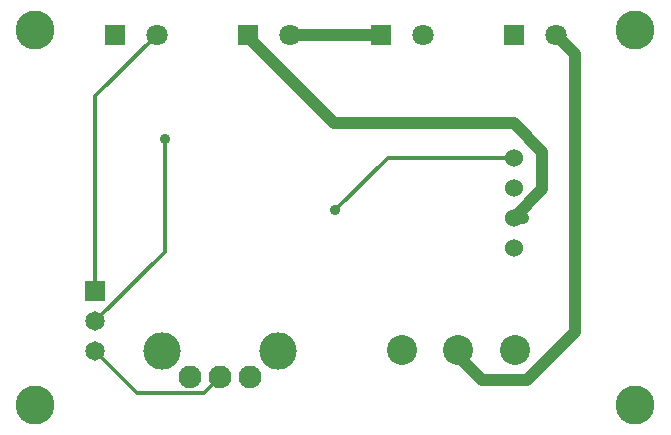
<source format=gbl>
G04 #@! TF.FileFunction,Copper,L2,Bot,Signal*
%FSLAX46Y46*%
G04 Gerber Fmt 4.6, Leading zero omitted, Abs format (unit mm)*
G04 Created by KiCad (PCBNEW 4.0.7-e2-6376~58~ubuntu16.04.1) date Wed Sep  5 13:54:12 2018*
%MOMM*%
%LPD*%
G01*
G04 APERTURE LIST*
%ADD10C,0.150000*%
%ADD11C,3.302000*%
%ADD12C,1.930400*%
%ADD13C,3.175000*%
%ADD14C,2.540000*%
%ADD15C,1.524000*%
%ADD16R,1.651000X1.651000*%
%ADD17C,1.651000*%
%ADD18R,1.800000X1.800000*%
%ADD19C,1.800000*%
%ADD20C,0.889000*%
%ADD21C,0.304800*%
%ADD22C,1.016000*%
G04 APERTURE END LIST*
D10*
D11*
X28575000Y-60325000D03*
D12*
X41696640Y-57912000D03*
X44196000Y-57912000D03*
X46695360Y-57912000D03*
D13*
X39293800Y-55712360D03*
X49098200Y-55712360D03*
D14*
X59639200Y-55626000D03*
X64389000Y-55626000D03*
X69138800Y-55626000D03*
D11*
X79375000Y-28575000D03*
X28575000Y-28575000D03*
D15*
X69088000Y-46990000D03*
X69088000Y-44450000D03*
X69088000Y-41910000D03*
X69088000Y-39370000D03*
D11*
X79375000Y-60325000D03*
D16*
X33655000Y-50673000D03*
D17*
X33655000Y-53213000D03*
X33655000Y-55753000D03*
D18*
X35333940Y-28956000D03*
D19*
X38834060Y-28956000D03*
D18*
X46594640Y-28956000D03*
D19*
X50094760Y-28956000D03*
D18*
X57855240Y-28956000D03*
D19*
X61355360Y-28956000D03*
D18*
X69115940Y-28956000D03*
D19*
X72616060Y-28956000D03*
D20*
X53975500Y-43805900D03*
X39516400Y-37770700D03*
D21*
X58411400Y-39370000D02*
X53975500Y-43805900D01*
X69088000Y-39370000D02*
X58411400Y-39370000D01*
D22*
X57855200Y-28956000D02*
X57855300Y-28956000D01*
X50094700Y-28956000D02*
X50094800Y-28956000D01*
X50094800Y-28956000D02*
X57855200Y-28956000D01*
X71501000Y-42037000D02*
X69088000Y-44450000D01*
X71501000Y-38862000D02*
X71501000Y-42037000D01*
X69088000Y-36449000D02*
X71501000Y-38862000D01*
X53848000Y-36449000D02*
X69088000Y-36449000D01*
X46594600Y-29195600D02*
X53848000Y-36449000D01*
X46594600Y-28956000D02*
X46594600Y-29195600D01*
X46594600Y-28956000D02*
X46736000Y-28956000D01*
X69850000Y-44450000D02*
X69088000Y-44450000D01*
D21*
X33655000Y-34135100D02*
X33655000Y-50673000D01*
X38834100Y-28956000D02*
X33655000Y-34135100D01*
X39516400Y-47351600D02*
X39516400Y-37770700D01*
X33655000Y-53213000D02*
X39516400Y-47351600D01*
X42813000Y-59295000D02*
X44196000Y-57912000D01*
X37197000Y-59295000D02*
X42813000Y-59295000D01*
X33655000Y-55753000D02*
X37197000Y-59295000D01*
D22*
X74295000Y-30634900D02*
X72616100Y-28956000D01*
X74295000Y-54102000D02*
X74295000Y-30634900D01*
X70231000Y-58166000D02*
X74295000Y-54102000D01*
X66421000Y-58166000D02*
X70231000Y-58166000D01*
X64389000Y-56134000D02*
X66421000Y-58166000D01*
X64389000Y-55626000D02*
X64389000Y-56134000D01*
M02*

</source>
